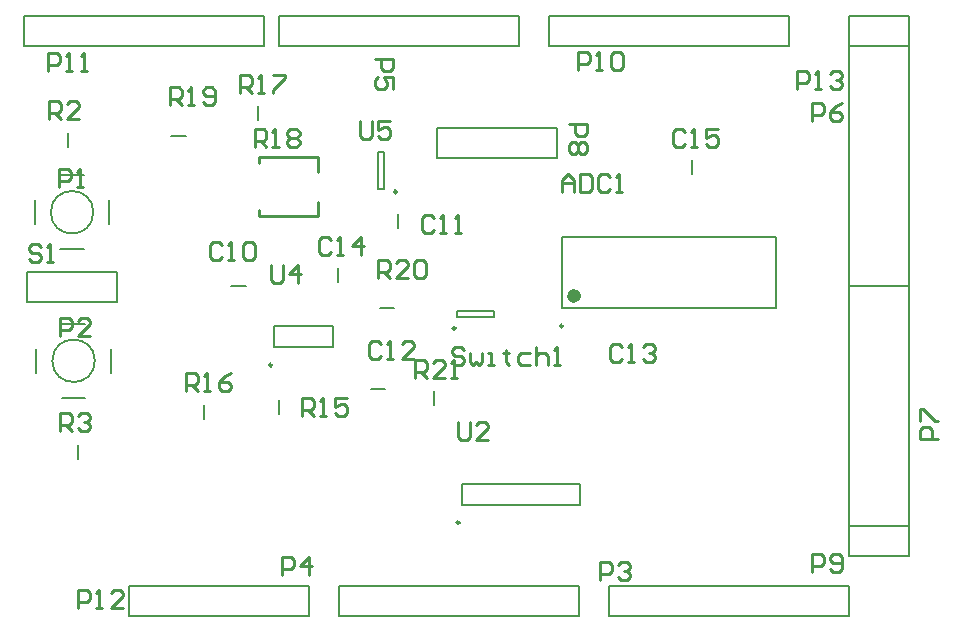
<source format=gto>
%FSLAX42Y42*%
%MOMM*%
G71*
G01*
G75*
%ADD10O,0.60X2.20*%
%ADD11R,0.65X1.10*%
%ADD12R,1.20X1.40*%
%ADD13R,1.40X1.20*%
%ADD14R,2.00X1.30*%
%ADD15R,2.00X2.00*%
%ADD16R,1.40X1.10*%
%ADD17R,1.10X0.65*%
%ADD18O,0.60X2.30*%
%ADD19C,0.25*%
%ADD20R,1.50X1.50*%
%ADD21C,1.50*%
%ADD22R,1.50X1.50*%
%ADD23C,2.50*%
%ADD24C,1.27*%
%ADD25C,0.25*%
%ADD26C,0.60*%
%ADD27C,0.20*%
D19*
X4271Y3509D02*
X4771D01*
X4271Y4009D02*
X4771D01*
X4271Y3509D02*
Y3559D01*
Y3959D02*
Y4009D01*
X4771Y3509D02*
Y3634D01*
Y3884D02*
Y4009D01*
X5961Y1765D02*
Y1638D01*
X5987Y1613D01*
X6038D01*
X6063Y1638D01*
Y1765D01*
X6215Y1613D02*
X6114D01*
X6215Y1714D01*
Y1740D01*
X6190Y1765D01*
X6139D01*
X6114Y1740D01*
X2489Y4737D02*
Y4889D01*
X2565D01*
X2591Y4864D01*
Y4813D01*
X2565Y4788D01*
X2489D01*
X2642Y4737D02*
X2692D01*
X2667D01*
Y4889D01*
X2642Y4864D01*
X2769Y4737D02*
X2819D01*
X2794D01*
Y4889D01*
X2769Y4864D01*
X6972Y4750D02*
Y4902D01*
X7048D01*
X7074Y4877D01*
Y4826D01*
X7048Y4801D01*
X6972D01*
X7125Y4750D02*
X7175D01*
X7150D01*
Y4902D01*
X7125Y4877D01*
X7252D02*
X7277Y4902D01*
X7328D01*
X7353Y4877D01*
Y4775D01*
X7328Y4750D01*
X7277D01*
X7252Y4775D01*
Y4877D01*
X8826Y4585D02*
Y4737D01*
X8903D01*
X8928Y4712D01*
Y4661D01*
X8903Y4635D01*
X8826D01*
X8979Y4585D02*
X9030D01*
X9004D01*
Y4737D01*
X8979Y4712D01*
X9106D02*
X9131Y4737D01*
X9182D01*
X9207Y4712D01*
Y4686D01*
X9182Y4661D01*
X9157D01*
X9182D01*
X9207Y4635D01*
Y4610D01*
X9182Y4585D01*
X9131D01*
X9106Y4610D01*
X4470Y470D02*
Y622D01*
X4547D01*
X4572Y597D01*
Y546D01*
X4547Y521D01*
X4470D01*
X4699Y470D02*
Y622D01*
X4623Y546D01*
X4724D01*
X6007Y2375D02*
X5982Y2400D01*
X5931D01*
X5906Y2375D01*
Y2349D01*
X5931Y2324D01*
X5982D01*
X6007Y2299D01*
Y2273D01*
X5982Y2248D01*
X5931D01*
X5906Y2273D01*
X6058Y2349D02*
Y2273D01*
X6083Y2248D01*
X6109Y2273D01*
X6134Y2248D01*
X6159Y2273D01*
Y2349D01*
X6210Y2248D02*
X6261D01*
X6236D01*
Y2349D01*
X6210D01*
X6363Y2375D02*
Y2349D01*
X6337D01*
X6388D01*
X6363D01*
Y2273D01*
X6388Y2248D01*
X6566Y2349D02*
X6490D01*
X6464Y2324D01*
Y2273D01*
X6490Y2248D01*
X6566D01*
X6616Y2400D02*
Y2248D01*
Y2324D01*
X6642Y2349D01*
X6693D01*
X6718Y2324D01*
Y2248D01*
X6769D02*
X6820D01*
X6794D01*
Y2400D01*
X6769Y2375D01*
X5753Y3492D02*
X5728Y3518D01*
X5677D01*
X5651Y3492D01*
Y3391D01*
X5677Y3365D01*
X5728D01*
X5753Y3391D01*
X5804Y3365D02*
X5855D01*
X5829D01*
Y3518D01*
X5804Y3492D01*
X5931Y3365D02*
X5982D01*
X5956D01*
Y3518D01*
X5931Y3492D01*
X4635Y1816D02*
Y1968D01*
X4712D01*
X4737Y1943D01*
Y1892D01*
X4712Y1867D01*
X4635D01*
X4686D02*
X4737Y1816D01*
X4788D02*
X4839D01*
X4813D01*
Y1968D01*
X4788Y1943D01*
X5016Y1968D02*
X4915D01*
Y1892D01*
X4966Y1918D01*
X4991D01*
X5016Y1892D01*
Y1841D01*
X4991Y1816D01*
X4940D01*
X4915Y1841D01*
X3962Y3264D02*
X3937Y3289D01*
X3886D01*
X3861Y3264D01*
Y3162D01*
X3886Y3137D01*
X3937D01*
X3962Y3162D01*
X4013Y3137D02*
X4064D01*
X4039D01*
Y3289D01*
X4013Y3264D01*
X4140D02*
X4166Y3289D01*
X4216D01*
X4242Y3264D01*
Y3162D01*
X4216Y3137D01*
X4166D01*
X4140Y3162D01*
Y3264D01*
X3520Y4448D02*
Y4600D01*
X3597D01*
X3622Y4574D01*
Y4524D01*
X3597Y4498D01*
X3520D01*
X3571D02*
X3622Y4448D01*
X3673D02*
X3724D01*
X3698D01*
Y4600D01*
X3673Y4574D01*
X3800Y4473D02*
X3825Y4448D01*
X3876D01*
X3901Y4473D01*
Y4574D01*
X3876Y4600D01*
X3825D01*
X3800Y4574D01*
Y4549D01*
X3825Y4524D01*
X3901D01*
X4112Y4557D02*
Y4709D01*
X4188D01*
X4214Y4684D01*
Y4633D01*
X4188Y4608D01*
X4112D01*
X4163D02*
X4214Y4557D01*
X4265D02*
X4315D01*
X4290D01*
Y4709D01*
X4265Y4684D01*
X4392Y4709D02*
X4493D01*
Y4684D01*
X4392Y4582D01*
Y4557D01*
X5311Y2428D02*
X5286Y2454D01*
X5235D01*
X5210Y2428D01*
Y2327D01*
X5235Y2301D01*
X5286D01*
X5311Y2327D01*
X5362Y2301D02*
X5413D01*
X5387D01*
Y2454D01*
X5362Y2428D01*
X5590Y2301D02*
X5489D01*
X5590Y2403D01*
Y2428D01*
X5565Y2454D01*
X5514D01*
X5489Y2428D01*
X4374Y3099D02*
Y2972D01*
X4399Y2946D01*
X4450D01*
X4475Y2972D01*
Y3099D01*
X4602Y2946D02*
Y3099D01*
X4526Y3023D01*
X4628D01*
X4237Y4097D02*
Y4249D01*
X4313D01*
X4338Y4224D01*
Y4173D01*
X4313Y4148D01*
X4237D01*
X4288D02*
X4338Y4097D01*
X4389D02*
X4440D01*
X4414D01*
Y4249D01*
X4389Y4224D01*
X4516D02*
X4541Y4249D01*
X4592D01*
X4618Y4224D01*
Y4199D01*
X4592Y4173D01*
X4618Y4148D01*
Y4122D01*
X4592Y4097D01*
X4541D01*
X4516Y4122D01*
Y4148D01*
X4541Y4173D01*
X4516Y4199D01*
Y4224D01*
X4541Y4173D02*
X4592D01*
X7346Y2405D02*
X7320Y2431D01*
X7269D01*
X7244Y2405D01*
Y2304D01*
X7269Y2278D01*
X7320D01*
X7346Y2304D01*
X7396Y2278D02*
X7447D01*
X7422D01*
Y2431D01*
X7396Y2405D01*
X7523D02*
X7549Y2431D01*
X7600D01*
X7625Y2405D01*
Y2380D01*
X7600Y2355D01*
X7574D01*
X7600D01*
X7625Y2329D01*
Y2304D01*
X7600Y2278D01*
X7549D01*
X7523Y2304D01*
X5128Y4313D02*
Y4186D01*
X5154Y4161D01*
X5204D01*
X5230Y4186D01*
Y4313D01*
X5382D02*
X5281D01*
Y4237D01*
X5331Y4262D01*
X5357D01*
X5382Y4237D01*
Y4186D01*
X5357Y4161D01*
X5306D01*
X5281Y4186D01*
X5598Y2144D02*
Y2296D01*
X5674D01*
X5700Y2271D01*
Y2220D01*
X5674Y2195D01*
X5598D01*
X5649D02*
X5700Y2144D01*
X5852D02*
X5751D01*
X5852Y2245D01*
Y2271D01*
X5827Y2296D01*
X5776D01*
X5751Y2271D01*
X5903Y2144D02*
X5954D01*
X5928D01*
Y2296D01*
X5903Y2271D01*
X5286Y2987D02*
Y3139D01*
X5362D01*
X5387Y3114D01*
Y3063D01*
X5362Y3038D01*
X5286D01*
X5337D02*
X5387Y2987D01*
X5540D02*
X5438D01*
X5540Y3089D01*
Y3114D01*
X5514Y3139D01*
X5463D01*
X5438Y3114D01*
X5590D02*
X5616Y3139D01*
X5667D01*
X5692Y3114D01*
Y3012D01*
X5667Y2987D01*
X5616D01*
X5590Y3012D01*
Y3114D01*
X4887Y3312D02*
X4862Y3338D01*
X4811D01*
X4785Y3312D01*
Y3211D01*
X4811Y3185D01*
X4862D01*
X4887Y3211D01*
X4938Y3185D02*
X4988D01*
X4963D01*
Y3338D01*
X4938Y3312D01*
X5141Y3185D02*
Y3338D01*
X5065Y3261D01*
X5166D01*
X7884Y4227D02*
X7859Y4252D01*
X7808D01*
X7783Y4227D01*
Y4125D01*
X7808Y4100D01*
X7859D01*
X7884Y4125D01*
X7935Y4100D02*
X7986D01*
X7960D01*
Y4252D01*
X7935Y4227D01*
X8163Y4252D02*
X8062D01*
Y4176D01*
X8113Y4201D01*
X8138D01*
X8163Y4176D01*
Y4125D01*
X8138Y4100D01*
X8087D01*
X8062Y4125D01*
X3655Y2029D02*
Y2182D01*
X3731D01*
X3757Y2156D01*
Y2106D01*
X3731Y2080D01*
X3655D01*
X3706D02*
X3757Y2029D01*
X3807D02*
X3858D01*
X3833D01*
Y2182D01*
X3807Y2156D01*
X4036Y2182D02*
X3985Y2156D01*
X3934Y2106D01*
Y2055D01*
X3960Y2029D01*
X4011D01*
X4036Y2055D01*
Y2080D01*
X4011Y2106D01*
X3934D01*
X6838Y3711D02*
Y3813D01*
X6888Y3863D01*
X6939Y3813D01*
Y3711D01*
Y3787D01*
X6838D01*
X6990Y3863D02*
Y3711D01*
X7066D01*
X7092Y3736D01*
Y3838D01*
X7066Y3863D01*
X6990D01*
X7244Y3838D02*
X7219Y3863D01*
X7168D01*
X7142Y3838D01*
Y3736D01*
X7168Y3711D01*
X7219D01*
X7244Y3736D01*
X7295Y3711D02*
X7346D01*
X7320D01*
Y3863D01*
X7295Y3838D01*
X2590Y1688D02*
Y1840D01*
X2666D01*
X2691Y1815D01*
Y1764D01*
X2666Y1739D01*
X2590D01*
X2640D02*
X2691Y1688D01*
X2742Y1815D02*
X2767Y1840D01*
X2818D01*
X2843Y1815D01*
Y1789D01*
X2818Y1764D01*
X2793D01*
X2818D01*
X2843Y1739D01*
Y1713D01*
X2818Y1688D01*
X2767D01*
X2742Y1713D01*
X2501Y4329D02*
Y4482D01*
X2577D01*
X2602Y4456D01*
Y4406D01*
X2577Y4380D01*
X2501D01*
X2551D02*
X2602Y4329D01*
X2755D02*
X2653D01*
X2755Y4431D01*
Y4456D01*
X2729Y4482D01*
X2678D01*
X2653Y4456D01*
X2428Y3249D02*
X2403Y3274D01*
X2352D01*
X2327Y3249D01*
Y3223D01*
X2352Y3198D01*
X2403D01*
X2428Y3172D01*
Y3147D01*
X2403Y3122D01*
X2352D01*
X2327Y3147D01*
X2479Y3122D02*
X2530D01*
X2504D01*
Y3274D01*
X2479Y3249D01*
X2581Y3757D02*
Y3909D01*
X2657D01*
X2682Y3884D01*
Y3833D01*
X2657Y3807D01*
X2581D01*
X2733Y3757D02*
X2784D01*
X2758D01*
Y3909D01*
X2733Y3884D01*
X2593Y2499D02*
Y2652D01*
X2670D01*
X2695Y2626D01*
Y2576D01*
X2670Y2550D01*
X2593D01*
X2847Y2499D02*
X2746D01*
X2847Y2601D01*
Y2626D01*
X2822Y2652D01*
X2771D01*
X2746Y2626D01*
X7163Y432D02*
Y584D01*
X7239D01*
X7264Y559D01*
Y508D01*
X7239Y483D01*
X7163D01*
X7315Y559D02*
X7341Y584D01*
X7391D01*
X7417Y559D01*
Y533D01*
X7391Y508D01*
X7366D01*
X7391D01*
X7417Y483D01*
Y457D01*
X7391Y432D01*
X7341D01*
X7315Y457D01*
X8954Y4318D02*
Y4470D01*
X9030D01*
X9055Y4445D01*
Y4394D01*
X9030Y4369D01*
X8954D01*
X9207Y4470D02*
X9157Y4445D01*
X9106Y4394D01*
Y4343D01*
X9131Y4318D01*
X9182D01*
X9207Y4343D01*
Y4369D01*
X9182Y4394D01*
X9106D01*
X10020Y1626D02*
X9868D01*
Y1702D01*
X9893Y1727D01*
X9944D01*
X9970Y1702D01*
Y1626D01*
X9868Y1778D02*
Y1880D01*
X9893D01*
X9995Y1778D01*
X10020D01*
X8954Y495D02*
Y648D01*
X9030D01*
X9055Y622D01*
Y571D01*
X9030Y546D01*
X8954D01*
X9106Y521D02*
X9131Y495D01*
X9182D01*
X9207Y521D01*
Y622D01*
X9182Y648D01*
X9131D01*
X9106Y622D01*
Y597D01*
X9131Y571D01*
X9207D01*
X5258Y4839D02*
X5410D01*
Y4763D01*
X5385Y4737D01*
X5334D01*
X5309Y4763D01*
Y4839D01*
X5410Y4585D02*
Y4686D01*
X5334D01*
X5359Y4636D01*
Y4610D01*
X5334Y4585D01*
X5283D01*
X5258Y4610D01*
Y4661D01*
X5283Y4686D01*
X6896Y4293D02*
X7048D01*
Y4216D01*
X7023Y4191D01*
X6972D01*
X6947Y4216D01*
Y4293D01*
X7023Y4140D02*
X7048Y4115D01*
Y4064D01*
X7023Y4039D01*
X6998D01*
X6972Y4064D01*
X6947Y4039D01*
X6921D01*
X6896Y4064D01*
Y4115D01*
X6921Y4140D01*
X6947D01*
X6972Y4115D01*
X6998Y4140D01*
X7023D01*
X6972Y4115D02*
Y4064D01*
X2743Y190D02*
Y343D01*
X2819D01*
X2845Y317D01*
Y267D01*
X2819Y241D01*
X2743D01*
X2896Y190D02*
X2946D01*
X2921D01*
Y343D01*
X2896Y317D01*
X3124Y190D02*
X3023D01*
X3124Y292D01*
Y317D01*
X3099Y343D01*
X3048D01*
X3023Y317D01*
D25*
X5973Y916D02*
G03*
X5973Y916I-12J0D01*
G01*
X5939Y2560D02*
G03*
X5939Y2560I-12J0D01*
G01*
X4385Y2249D02*
G03*
X4385Y2249I-12J0D01*
G01*
X5441Y3716D02*
G03*
X5441Y3716I-12J0D01*
G01*
X6849Y2580D02*
G03*
X6849Y2580I-12J0D01*
G01*
D26*
X6972Y2835D02*
G03*
X6972Y2835I-30J0D01*
G01*
D27*
X2885Y2286D02*
G03*
X2885Y2286I-180J0D01*
G01*
X2872Y3543D02*
G03*
X2872Y3543I-180J0D01*
G01*
X6990Y1066D02*
Y1246D01*
X5990Y1066D02*
Y1246D01*
X6990D01*
X5990Y1066D02*
X6990D01*
X4318Y4953D02*
Y5207D01*
X2286Y4953D02*
X4318D01*
X2286D02*
Y5207D01*
X4318D01*
X8763Y4953D02*
Y5207D01*
X6731Y4953D02*
X8763D01*
X6731D02*
Y5207D01*
X8763D01*
X9271Y4953D02*
X9779D01*
X9271Y2921D02*
X9779D01*
Y4953D01*
X9271Y2921D02*
Y4953D01*
X6985Y127D02*
Y381D01*
X4953Y127D02*
X6985D01*
X4953D02*
Y381D01*
X6985D01*
X5954Y2705D02*
X6264D01*
X5954Y2655D02*
X6264D01*
Y2705D01*
X5954Y2655D02*
Y2705D01*
X5448Y3407D02*
Y3527D01*
X4445Y1832D02*
Y1952D01*
X4042Y2921D02*
X4162D01*
X3534Y4191D02*
X3654D01*
X4267Y4322D02*
Y4442D01*
X5223Y2045D02*
X5343D01*
X4398Y2399D02*
X4898D01*
X4398Y2579D02*
X4898D01*
X4398Y2399D02*
Y2579D01*
X4898Y2399D02*
Y2579D01*
X5284Y3744D02*
Y4054D01*
X5334Y3744D02*
Y4054D01*
X5284D02*
X5334D01*
X5284Y3744D02*
X5334D01*
X5753Y1908D02*
Y2028D01*
X5299Y2731D02*
X5419D01*
X4940Y2950D02*
Y3070D01*
X7938Y3864D02*
Y3984D01*
X3810Y1794D02*
Y1914D01*
X8652Y2735D02*
Y3335D01*
X6842Y2735D02*
Y3335D01*
X8652D01*
X6842Y2735D02*
X8652D01*
X2743Y1451D02*
Y1571D01*
X2654Y4093D02*
Y4213D01*
X2311Y2781D02*
X3073D01*
Y3035D01*
X2311D02*
X3073D01*
X2311Y2781D02*
Y3035D01*
X6477Y4953D02*
Y5207D01*
X4445Y4953D02*
X6477D01*
X4445D02*
Y5207D01*
X6477D01*
X5778Y4001D02*
Y4254D01*
X6794D01*
X5778Y4001D02*
X6794D01*
Y4254D01*
X2605Y2601D02*
X2805D01*
X3020Y2186D02*
Y2386D01*
X2605Y1971D02*
X2805D01*
X2390Y2186D02*
Y2386D01*
X2592Y3858D02*
X2792D01*
X3007Y3443D02*
Y3643D01*
X2592Y3228D02*
X2792D01*
X2377Y3443D02*
Y3643D01*
X9271Y2921D02*
X9779D01*
X9271Y889D02*
X9779D01*
Y2921D01*
X9271Y889D02*
Y2921D01*
X9779Y4953D02*
Y5207D01*
X9271Y4953D02*
X9779D01*
X9271D02*
Y5207D01*
X9779D01*
X4699Y127D02*
Y381D01*
X3175Y127D02*
Y381D01*
X4699D01*
X3175Y127D02*
X4699D01*
X9271Y889D02*
X9779D01*
X9271Y635D02*
Y889D01*
Y635D02*
X9779D01*
Y889D01*
X7239Y381D02*
X9271D01*
X7239Y127D02*
Y381D01*
Y127D02*
X9271D01*
Y381D01*
M02*

</source>
